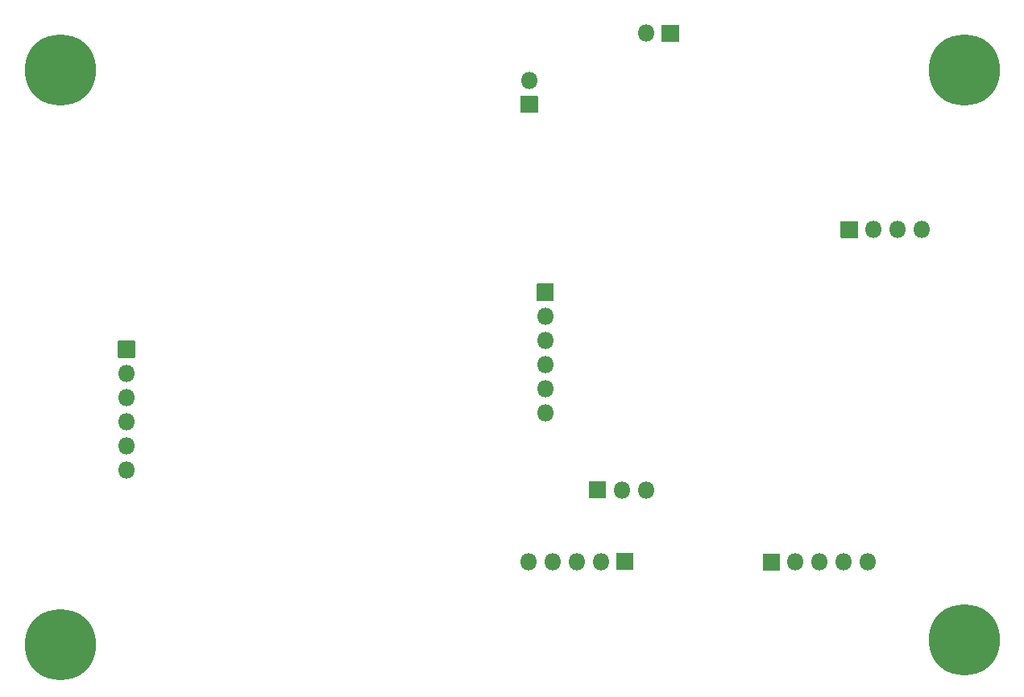
<source format=gbr>
%TF.GenerationSoftware,KiCad,Pcbnew,5.1.9+dfsg1-1*%
%TF.CreationDate,2022-01-11T16:25:16+01:00*%
%TF.ProjectId,wheather_board_v1 ,77686561-7468-4657-925f-626f6172645f,rev?*%
%TF.SameCoordinates,Original*%
%TF.FileFunction,Soldermask,Bot*%
%TF.FilePolarity,Negative*%
%FSLAX46Y46*%
G04 Gerber Fmt 4.6, Leading zero omitted, Abs format (unit mm)*
G04 Created by KiCad (PCBNEW 5.1.9+dfsg1-1) date 2022-01-11 16:25:16*
%MOMM*%
%LPD*%
G01*
G04 APERTURE LIST*
%ADD10C,0.900000*%
%ADD11C,7.500000*%
%ADD12O,1.800000X1.800000*%
G04 APERTURE END LIST*
D10*
%TO.C,*%
X190962221Y-123037779D03*
X189000000Y-122225000D03*
X187037779Y-123037779D03*
X186225000Y-125000000D03*
X187037779Y-126962221D03*
X189000000Y-127775000D03*
X190962221Y-126962221D03*
X191775000Y-125000000D03*
D11*
X189000000Y-125000000D03*
%TD*%
D10*
%TO.C,REF\u002A\u002A*%
X95962221Y-63037779D03*
X94000000Y-62225000D03*
X92037779Y-63037779D03*
X91225000Y-65000000D03*
X92037779Y-66962221D03*
X94000000Y-67775000D03*
X95962221Y-66962221D03*
X96775000Y-65000000D03*
D11*
X94000000Y-65000000D03*
%TD*%
D10*
%TO.C,REF\u002A\u002A*%
X190962221Y-63037779D03*
X189000000Y-62225000D03*
X187037779Y-63037779D03*
X186225000Y-65000000D03*
X187037779Y-66962221D03*
X189000000Y-67775000D03*
X190962221Y-66962221D03*
X191775000Y-65000000D03*
D11*
X189000000Y-65000000D03*
%TD*%
D10*
%TO.C,*%
X95962221Y-123537779D03*
X94000000Y-122725000D03*
X92037779Y-123537779D03*
X91225000Y-125500000D03*
X92037779Y-127462221D03*
X94000000Y-128275000D03*
X95962221Y-127462221D03*
X96775000Y-125500000D03*
D11*
X94000000Y-125500000D03*
%TD*%
D12*
%TO.C,J2*%
X143306800Y-66116200D03*
G36*
G01*
X144206800Y-67806200D02*
X144206800Y-69506200D01*
G75*
G02*
X144156800Y-69556200I-50000J0D01*
G01*
X142456800Y-69556200D01*
G75*
G02*
X142406800Y-69506200I0J50000D01*
G01*
X142406800Y-67806200D01*
G75*
G02*
X142456800Y-67756200I50000J0D01*
G01*
X144156800Y-67756200D01*
G75*
G02*
X144206800Y-67806200I0J-50000D01*
G01*
G37*
%TD*%
%TO.C,J1*%
G36*
G01*
X157290400Y-60288600D02*
X158990400Y-60288600D01*
G75*
G02*
X159040400Y-60338600I0J-50000D01*
G01*
X159040400Y-62038600D01*
G75*
G02*
X158990400Y-62088600I-50000J0D01*
G01*
X157290400Y-62088600D01*
G75*
G02*
X157240400Y-62038600I0J50000D01*
G01*
X157240400Y-60338600D01*
G75*
G02*
X157290400Y-60288600I50000J0D01*
G01*
G37*
X155600400Y-61188600D03*
%TD*%
%TO.C,J8*%
G36*
G01*
X177786400Y-82738800D02*
X176086400Y-82738800D01*
G75*
G02*
X176036400Y-82688800I0J50000D01*
G01*
X176036400Y-80988800D01*
G75*
G02*
X176086400Y-80938800I50000J0D01*
G01*
X177786400Y-80938800D01*
G75*
G02*
X177836400Y-80988800I0J-50000D01*
G01*
X177836400Y-82688800D01*
G75*
G02*
X177786400Y-82738800I-50000J0D01*
G01*
G37*
X179476400Y-81838800D03*
X182016400Y-81838800D03*
X184556400Y-81838800D03*
%TD*%
%TO.C,J7*%
X100990400Y-107111800D03*
X100990400Y-104571800D03*
X100990400Y-102031800D03*
X100990400Y-99491800D03*
X100990400Y-96951800D03*
G36*
G01*
X100090400Y-95261800D02*
X100090400Y-93561800D01*
G75*
G02*
X100140400Y-93511800I50000J0D01*
G01*
X101840400Y-93511800D01*
G75*
G02*
X101890400Y-93561800I0J-50000D01*
G01*
X101890400Y-95261800D01*
G75*
G02*
X101840400Y-95311800I-50000J0D01*
G01*
X100140400Y-95311800D01*
G75*
G02*
X100090400Y-95261800I0J50000D01*
G01*
G37*
%TD*%
%TO.C,J6*%
G36*
G01*
X169580000Y-117710000D02*
X167880000Y-117710000D01*
G75*
G02*
X167830000Y-117660000I0J50000D01*
G01*
X167830000Y-115960000D01*
G75*
G02*
X167880000Y-115910000I50000J0D01*
G01*
X169580000Y-115910000D01*
G75*
G02*
X169630000Y-115960000I0J-50000D01*
G01*
X169630000Y-117660000D01*
G75*
G02*
X169580000Y-117710000I-50000J0D01*
G01*
G37*
X171270000Y-116810000D03*
X173810000Y-116810000D03*
X176350000Y-116810000D03*
X178890000Y-116810000D03*
%TD*%
%TO.C,J10*%
G36*
G01*
X152510000Y-115850000D02*
X154210000Y-115850000D01*
G75*
G02*
X154260000Y-115900000I0J-50000D01*
G01*
X154260000Y-117600000D01*
G75*
G02*
X154210000Y-117650000I-50000J0D01*
G01*
X152510000Y-117650000D01*
G75*
G02*
X152460000Y-117600000I0J50000D01*
G01*
X152460000Y-115900000D01*
G75*
G02*
X152510000Y-115850000I50000J0D01*
G01*
G37*
X150820000Y-116750000D03*
X148280000Y-116750000D03*
X145740000Y-116750000D03*
X143200000Y-116750000D03*
%TD*%
%TO.C,J5*%
G36*
G01*
X144083200Y-89267400D02*
X144083200Y-87567400D01*
G75*
G02*
X144133200Y-87517400I50000J0D01*
G01*
X145833200Y-87517400D01*
G75*
G02*
X145883200Y-87567400I0J-50000D01*
G01*
X145883200Y-89267400D01*
G75*
G02*
X145833200Y-89317400I-50000J0D01*
G01*
X144133200Y-89317400D01*
G75*
G02*
X144083200Y-89267400I0J50000D01*
G01*
G37*
X144983200Y-90957400D03*
X144983200Y-93497400D03*
X144983200Y-96037400D03*
X144983200Y-98577400D03*
X144983200Y-101117400D03*
%TD*%
%TO.C,J4*%
G36*
G01*
X151340000Y-110120000D02*
X149640000Y-110120000D01*
G75*
G02*
X149590000Y-110070000I0J50000D01*
G01*
X149590000Y-108370000D01*
G75*
G02*
X149640000Y-108320000I50000J0D01*
G01*
X151340000Y-108320000D01*
G75*
G02*
X151390000Y-108370000I0J-50000D01*
G01*
X151390000Y-110070000D01*
G75*
G02*
X151340000Y-110120000I-50000J0D01*
G01*
G37*
X153030000Y-109220000D03*
X155570000Y-109220000D03*
%TD*%
M02*

</source>
